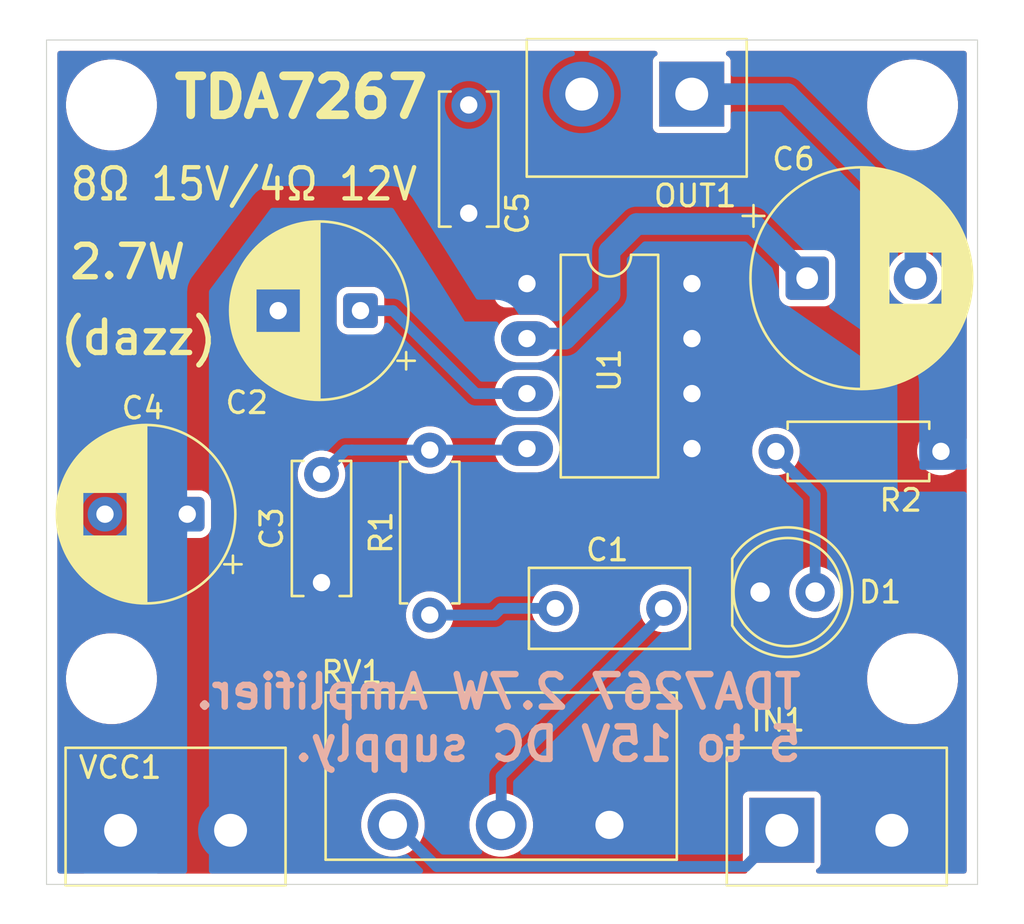
<source format=kicad_pcb>
(kicad_pcb (version 20241229) (generator "pcbnew") (generator_version "9.0")
  (layers (0 "F.Cu" signal) (2 "B.Cu" signal) (13 "F.Paste" user) (15 "B.Paste" user) (5 "F.SilkS" user "F.Silkscreen") (7 "B.SilkS" user "B.Silkscreen") (1 "F.Mask" user) (3 "B.Mask" user) (25 "Edge.Cuts" user))
  (net 0 "")
  (net 1 "Net-(C1-Pad2)")
  (net 2 "Net-(C1-Pad1)")
  (net 3 "GND")
  (net 4 "Net-(U1-SRV)")
  (net 5 "Net-(U1-In)")
  (net 6 "/VCC")
  (net 7 "Net-(U1-Out)")
  (net 8 "Net-(OUT1-Pin_1)")
  (net 9 "Net-(D1-A)")
  (net 10 "Net-(IN1-Pin_1)")
  (footprint "Capacitor_THT:C_Disc_D6.0mm_W2.5mm_P5.00mm" (layer "F.Cu") (at 141.7 103.56 90)
    (property "Reference" "C3" (at 2.5 -2.3 90) (layer "F.SilkS"))
    (property "Value" "470pF")
    (pad "1" thru_hole circle (at 0 0 90) (size 1.6 1.6) (drill 0.8) (layers "*.Cu" "*.Mask") (net 3 "GND"))
    (pad "2" thru_hole circle (at 5 0 90) (size 1.6 1.6) (drill 0.8) (layers "*.Cu" "*.Mask") (net 5 "Net-(U1-In)"))
  )
  (footprint "TerminalBlock:TerminalBlock_bornier-2_P5.08mm" (layer "F.Cu") (at 162.96 115)
    (property "Reference" "IN1" (at -0.17 -5.08 0) (layer "F.SilkS"))
    (property "Value" "Conn_01x02_Pin")
    (pad "1" thru_hole rect (at 0 0) (size 3 3) (drill 1.52) (layers "*.Cu" "*.Mask") (net 10 "Net-(IN1-Pin_1)"))
    (pad "2" thru_hole circle (at 5.08 0) (size 3 3) (drill 1.52) (layers "*.Cu" "*.Mask") (net 3 "GND"))
  )
  (footprint "Resistor_THT:R_Axial_DIN0207_L6.3mm_D2.5mm_P7.62mm_Horizontal" (layer "F.Cu") (at 146.7 105.06 90)
    (property "Reference" "R1" (at 3.81 -2.25 90) (layer "F.SilkS"))
    (property "Value" "1K")
    (pad "1" thru_hole circle (at 0 0 90) (size 1.6 1.6) (drill 0.8) (layers "*.Cu" "*.Mask") (net 1 "Net-(C1-Pad2)"))
    (pad "2" thru_hole circle (at 7.62 0 90) (size 1.6 1.6) (drill 0.8) (layers "*.Cu" "*.Mask") (net 5 "Net-(U1-In)"))
  )
  (footprint "LED_THT:LED_D5.0mm" (layer "F.Cu") (at 161.96 104)
    (property "Reference" "D1" (at 5.54 0 0) (layer "F.SilkS"))
    (property "Value" "LED")
    (pad "1" thru_hole rect (at 0 0) (size 1.8 1.8) (drill 0.9) (layers "*.Cu" "*.Mask") (net 3 "GND"))
    (pad "2" thru_hole circle (at 2.54 0) (size 1.8 1.8) (drill 0.9) (layers "*.Cu" "*.Mask") (net 9 "Net-(D1-A)"))
  )
  (footprint "MountingHole:MountingHole_2.2mm_M2" (layer "F.Cu") (at 132 81.5)
    (property "Reference" "H1" (hide yes))
    (property "Value" "MountingHole")
    (pad "" np_thru_hole circle (at 0 0) (size 2.2 2.2) (drill 2.2) (layers "*.Cu" "*.Mask") (clearance 1))
  )
  (footprint "TerminalBlock:TerminalBlock_bornier-2_P5.08mm" (layer "F.Cu") (at 158.8 81 180)
    (property "Reference" "OUT1" (at -0.16 -4.7 0) (layer "F.SilkS"))
    (property "Value" "Conn_01x02_Pin")
    (pad "1" thru_hole rect (at 0 0 180) (size 3 3) (drill 1.52) (layers "*.Cu" "*.Mask") (net 8 "Net-(OUT1-Pin_1)"))
    (pad "2" thru_hole circle (at 5.08 0 180) (size 3 3) (drill 1.52) (layers "*.Cu" "*.Mask") (net 3 "GND"))
  )
  (footprint "Capacitor_THT:C_Disc_D6.0mm_W2.5mm_P5.00mm" (layer "F.Cu") (at 148.5 81.5 -90)
    (property "Reference" "C5" (at 5 -2.25 270) (layer "F.SilkS"))
    (property "Value" "100nF")
    (pad "1" thru_hole circle (at 0 0 270) (size 1.6 1.6) (drill 0.8) (layers "*.Cu" "*.Mask") (net 3 "GND"))
    (pad "2" thru_hole circle (at 5 0 270) (size 1.6 1.6) (drill 0.8) (layers "*.Cu" "*.Mask") (net 6 "/VCC"))
  )
  (footprint "MountingHole:MountingHole_2.2mm_M2" (layer "F.Cu") (at 169 108)
    (property "Reference" "H4" (hide yes))
    (property "Value" "MountingHole")
    (pad "" np_thru_hole circle (at 0 0) (size 2.2 2.2) (drill 2.2) (layers "*.Cu" "*.Mask") (clearance 1))
  )
  (footprint "Capacitor_THT:C_Rect_L7.2mm_W3.5mm_P5.00mm_FKS2_FKP2_MKS2_MKP2" (layer "F.Cu") (at 157.5 104.75 180)
    (property "Reference" "C1" (at 2.6 2.7 180) (layer "F.SilkS"))
    (property "Value" "1uF")
    (pad "1" thru_hole circle (at 0 0 180) (size 1.6 1.6) (drill 0.8) (layers "*.Cu" "*.Mask") (net 2 "Net-(C1-Pad1)"))
    (pad "2" thru_hole circle (at 5 0 180) (size 1.6 1.6) (drill 0.8) (layers "*.Cu" "*.Mask") (net 1 "Net-(C1-Pad2)"))
  )
  (footprint "Package_DIP:DIP-8_W7.62mm_LongPads" (layer "F.Cu") (at 151.19 89.75)
    (property "Reference" "U1" (at 3.81 4 90) (layer "F.SilkS"))
    (property "Value" "TDA7267")
    (pad "1" thru_hole roundrect (at 0 0) (size 2.4 1.6) (drill 0.8) (layers "*.Cu" "*.Mask") (roundrect_rratio 0.15625) (net 6 "/VCC"))
    (pad "2" thru_hole oval (at 0 2.54) (size 2.4 1.6) (drill 0.8) (layers "*.Cu" "*.Mask") (net 7 "Net-(U1-Out)"))
    (pad "3" thru_hole oval (at 0 5.08) (size 2.4 1.6) (drill 0.8) (layers "*.Cu" "*.Mask") (net 4 "Net-(U1-SRV)"))
    (pad "4" thru_hole oval (at 0 7.62) (size 2.4 1.6) (drill 0.8) (layers "*.Cu" "*.Mask") (net 5 "Net-(U1-In)"))
    (pad "5" thru_hole oval (at 7.62 7.62) (size 2.4 1.6) (drill 0.8) (layers "*.Cu" "*.Mask") (net 3 "GND"))
    (pad "6" thru_hole oval (at 7.62 5.08) (size 2.4 1.6) (drill 0.8) (layers "*.Cu" "*.Mask") (net 3 "GND"))
    (pad "7" thru_hole oval (at 7.62 2.54) (size 2.4 1.6) (drill 0.8) (layers "*.Cu" "*.Mask") (net 3 "GND"))
    (pad "8" thru_hole oval (at 7.62 0) (size 2.4 1.6) (drill 0.8) (layers "*.Cu" "*.Mask") (net 3 "GND"))
  )
  (footprint "Resistor_THT:R_Axial_DIN0207_L6.3mm_D2.5mm_P7.62mm_Horizontal" (layer "F.Cu") (at 162.69 97.5)
    (property "Reference" "R2" (at 5.7621 2.258863 0) (layer "F.SilkS"))
    (property "Value" "1K")
    (pad "1" thru_hole circle (at 0 0) (size 1.6 1.6) (drill 0.8) (layers "*.Cu" "*.Mask") (net 9 "Net-(D1-A)"))
    (pad "2" thru_hole circle (at 7.62 0) (size 1.6 1.6) (drill 0.8) (layers "*.Cu" "*.Mask") (net 6 "/VCC"))
  )
  (footprint "TerminalBlock:TerminalBlock_bornier-2_P5.08mm" (layer "F.Cu") (at 132.42 115)
    (property "Reference" "VCC1" (at -0.02 -2.9 0) (layer "F.SilkS"))
    (property "Value" "Conn_01x02_Pin")
    (pad "1" thru_hole rect (at 0 0) (size 3 3) (drill 1.52) (layers "*.Cu" "*.Mask") (net 6 "/VCC"))
    (pad "2" thru_hole circle (at 5.08 0) (size 3 3) (drill 1.52) (layers "*.Cu" "*.Mask") (net 3 "GND"))
  )
  (footprint "MountingHole:MountingHole_2.2mm_M2" (layer "F.Cu") (at 169 81.5)
    (property "Reference" "H2" (hide yes))
    (property "Value" "MountingHole")
    (pad "" np_thru_hole circle (at 0 0) (size 2.2 2.2) (drill 2.2) (layers "*.Cu" "*.Mask") (clearance 1))
  )
  (footprint "Capacitor_THT:CP_Radial_D8.0mm_P3.80mm" (layer "F.Cu") (at 143.5 91 180)
    (property "Reference" "C2" (at 5.25 -4.25 0) (layer "F.SilkS"))
    (property "Value" "47uF")
    (pad "1" thru_hole roundrect (at 0 0 180) (size 1.6 1.6) (drill 0.8) (layers "*.Cu" "*.Mask") (roundrect_rratio 0.15625) (net 4 "Net-(U1-SRV)"))
    (pad "2" thru_hole circle (at 3.8 0 180) (size 1.6 1.6) (drill 0.8) (layers "*.Cu" "*.Mask") (net 3 "GND"))
  )
  (footprint "Capacitor_THT:CP_Radial_D10.0mm_P5.00mm" (layer "F.Cu") (at 164.132323 89.5)
    (property "Reference" "C6" (at -0.632323 -5.5 0) (layer "F.SilkS"))
    (property "Value" "1000uF")
    (pad "1" thru_hole roundrect (at 0 0) (size 2 2) (drill 1) (layers "*.Cu" "*.Mask") (roundrect_rratio 0.125) (net 7 "Net-(U1-Out)"))
    (pad "2" thru_hole circle (at 5 0) (size 2 2) (drill 1) (layers "*.Cu" "*.Mask") (net 8 "Net-(OUT1-Pin_1)"))
  )
  (footprint "Capacitor_THT:CP_Radial_D8.0mm_P3.80mm" (layer "F.Cu") (at 135.5 100.4 180)
    (property "Reference" "C4" (at 2.05 4.9 0) (layer "F.SilkS"))
    (property "Value" "100uF")
    (pad "1" thru_hole roundrect (at 0 0 180) (size 1.6 1.6) (drill 0.8) (layers "*.Cu" "*.Mask") (roundrect_rratio 0.15625) (net 6 "/VCC"))
    (pad "2" thru_hole circle (at 3.8 0 180) (size 1.6 1.6) (drill 0.8) (layers "*.Cu" "*.Mask") (net 3 "GND"))
  )
  (footprint "Potentiometer_THT:Potentiometer_Piher_T-16H_Single_Horizontal" (layer "F.Cu") (at 145 114.75 -90)
    (property "Reference" "RV1" (at -7.05 1.9 0) (layer "F.SilkS"))
    (property "Value" "A10K")
    (pad "1" thru_hole circle (at 0 0 270) (size 2.34 2.34) (drill 1.3) (layers "*.Cu" "*.Mask") (net 10 "Net-(IN1-Pin_1)"))
    (pad "2" thru_hole circle (at 0 -5 270) (size 2.34 2.34) (drill 1.3) (layers "*.Cu" "*.Mask") (net 2 "Net-(C1-Pad1)"))
    (pad "3" thru_hole circle (at 0 -10 270) (size 2.34 2.34) (drill 1.3) (layers "*.Cu" "*.Mask") (net 3 "GND"))
  )
  (footprint "MountingHole:MountingHole_2.2mm_M2" (layer "F.Cu") (at 132 108)
    (property "Reference" "H3" (hide yes))
    (property "Value" "MountingHole")
    (pad "" np_thru_hole circle (at 0 0) (size 2.2 2.2) (drill 2.2) (layers "*.Cu" "*.Mask") (clearance 1))
  )
  (gr_line (start 172 78.5) (end 172 117.5) (stroke (width 0.05)) (layer "Edge.Cuts"))
  (gr_line (start 129 78.5) (end 172 78.5) (stroke (width 0.05)) (layer "Edge.Cuts"))
  (gr_line (start 129 117.5) (end 129 78.5) (stroke (width 0.05)) (layer "Edge.Cuts"))
  (gr_line (start 172 117.5) (end 129 117.5) (stroke (width 0.05)) (layer "Edge.Cuts"))
  (gr_text "8Ω 15V/4Ω 12V" (at 130 86 0) (layer "F.SilkS") (effects (font (size 1.44 1.3) (thickness 0.2) (bold yes)) (justify left bottom)))
  (gr_text "(dazz)" (at 133.25 92.25 0) (layer "F.SilkS") (effects (font (size 1.5 1.5) (thickness 0.25) (bold yes))))
  (gr_text "2.7W" (at 132.75 88.75 0) (layer "F.SilkS") (effects (font (size 1.5 1.5) (thickness 0.25) (bold yes))))
  (gr_text "TDA7267" (at 134.711754 82.193115 0) (layer "F.SilkS") (effects (font (size 1.8 1.8) (thickness 0.4) (bold yes)) (justify left bottom)))
  (gr_text "TDA7267 2.7W Amplifier.\n5 to 15V DC supply." (at 164 111.9 0) (layer "B.SilkS") (effects (font (size 1.5 1.5) (thickness 0.3)) (justify left bottom mirror)))
  (segment (start 150 104.75) (end 152.5 104.75) (width 0.5) (layer "B.Cu") (net 1))
  (segment (start 149.69 105.06) (end 150 104.75) (width 0.5) (layer "B.Cu") (net 1))
  (segment (start 146.7 105.06) (end 149.69 105.06) (width 0.5) (layer "B.Cu") (net 1))
  (segment (start 157.5 105) (end 150 112.5) (width 0.5) (layer "B.Cu") (net 2))
  (segment (start 150 112.5) (end 150 114.75) (width 0.5) (layer "B.Cu") (net 2))
  (segment (start 157.5 104.75) (end 157.5 105) (width 0.5) (layer "B.Cu") (net 2))
  (segment (start 151.19 94.83) (end 148.83 94.83) (width 0.5) (layer "B.Cu") (net 4))
  (segment (start 148.83 94.83) (end 145 91) (width 0.5) (layer "B.Cu") (net 4))
  (segment (start 145 91) (end 143.5 91) (width 0.5) (layer "B.Cu") (net 4))
  (segment (start 143.1 97.45) (end 143.11 97.44) (width 0.5) (layer "B.Cu") (net 5))
  (segment (start 142.82 97.44) (end 141.7 98.56) (width 0.5) (layer "B.Cu") (net 5))
  (segment (start 143.11 97.44) (end 142.82 97.44) (width 0.5) (layer "B.Cu") (net 5))
  (segment (start 143.11 97.44) (end 146.5 97.44) (width 0.5) (layer "B.Cu") (net 5))
  (segment (start 146.5 97.44) (end 151.12 97.44) (width 0.5) (layer "B.Cu") (net 5))
  (segment (start 151.12 97.44) (end 151.19 97.37) (width 0.5) (layer "B.Cu") (net 5))
  (segment (start 151.19 89.75) (end 151.19 89.69) (width 0.5) (layer "B.Cu") (net 6))
  (segment (start 152.96 92.29) (end 155 90.25) (width 1) (layer "B.Cu") (net 7))
  (segment (start 151.19 92.29) (end 152.96 92.29) (width 1) (layer "B.Cu") (net 7))
  (segment (start 155 88.25) (end 156.25 87) (width 1) (layer "B.Cu") (net 7))
  (segment (start 155 90.25) (end 155 88.25) (width 1) (layer "B.Cu") (net 7))
  (segment (start 161.632323 87) (end 164.132323 89.5) (width 1) (layer "B.Cu") (net 7))
  (segment (start 156.25 87) (end 161.632323 87) (width 1) (layer "B.Cu") (net 7))
  (segment (start 169.132323 86.860773) (end 169.085335 86.860773) (width 1) (layer "B.Cu") (net 8))
  (segment (start 163.224562 81) (end 158.8 81) (width 1) (layer "B.Cu") (net 8))
  (segment (start 169.085335 86.860773) (end 163.224562 81) (width 1) (layer "B.Cu") (net 8))
  (segment (start 169.132323 89.5) (end 169.132323 86.860773) (width 1) (layer "B.Cu") (net 8))
  (segment (start 164.5 104) (end 164.5 99.5) (width 0.5) (layer "B.Cu") (net 9))
  (segment (start 162.69 97.69) (end 162.69 97.5) (width 0.5) (layer "B.Cu") (net 9))
  (segment (start 164.5 99.5) (end 162.69 97.69) (width 0.5) (layer "B.Cu") (net 9))
  (segment (start 161.289 116.671) (end 147.021 116.671) (width 0.5) (layer "B.Cu") (net 10))
  (segment (start 162.96 115) (end 161.289 116.671) (width 0.5) (layer "B.Cu") (net 10))
  (segment (start 147.021 116.671) (end 145 114.65) (width 0.5) (layer "B.Cu") (net 10))
  (zone (net 3) (net_name "GND") (layer "F.Cu") (connect_pads yes (clearance 0.3)) (min_thickness 0.25) (fill yes (thermal_gap 0.5) (thermal_bridge_width 10))
    (polygon (pts (xy 127 94.9) (xy 127 78.5) (xy 174 78.5) (xy 174 117.5) (xy 127 117.5)))
  )
  (zone (net 3) (net_name "GND") (layer "B.Cu") (priority 1) (connect_pads yes (clearance 0.3)) (min_thickness 0.25) (fill yes (thermal_gap 0.5) (thermal_bridge_width 0.5))
    (polygon (pts (xy 136.5 117.5) (xy 136.5 90.083326) (xy 139.374995 86.25) (xy 145 86.25) (xy 148.31579 91.5) (xy 153.342105 91.5) (xy 157 86.259441) (xy 161.7 86.25) (xy 163 90.607672) (xy 168.293873 94.273373) (xy 168.308026 99.362426) (xy 174 99.344523) (xy 174 117.5)))
  )
  (zone (net 6) (net_name "/VCC") (layer "B.Cu") (connect_pads yes (clearance 0.3)) (min_thickness 0.25) (fill yes (thermal_gap 0.5) (thermal_bridge_width 10))
    (polygon (pts (xy 127 78.5) (xy 174 78.5) (xy 174 117.5) (xy 127 117.5)))
  )
)
</source>
